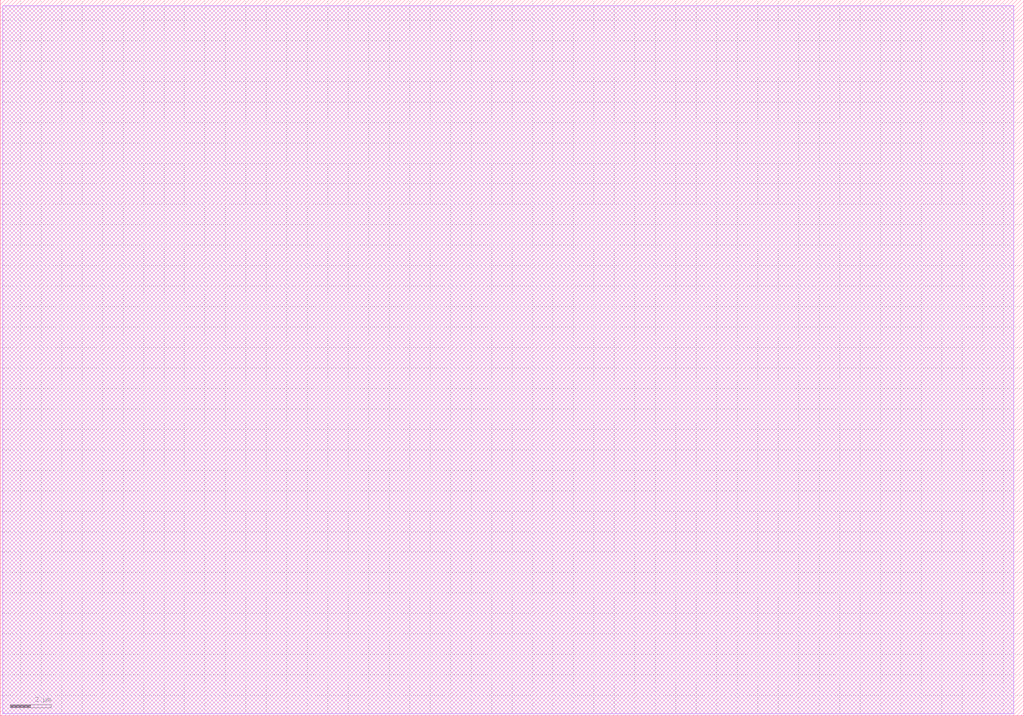
<source format=lef>
VERSION 5.7 ;
  NOWIREEXTENSIONATPIN ON ;
  DIVIDERCHAR "/" ;
  BUSBITCHARS "[]" ;
MACRO emptybox_50_35
  CLASS BLOCK ;
  FOREIGN emptybox_50_35 ;
  ORIGIN 0.000 0.000 ;
  SIZE 50.000 BY 35.000 ;
  OBS
      LAYER met1 ;
        RECT 0.120 0.100 49.500 34.710 ;
  END
END emptybox_50_35
END LIBRARY


</source>
